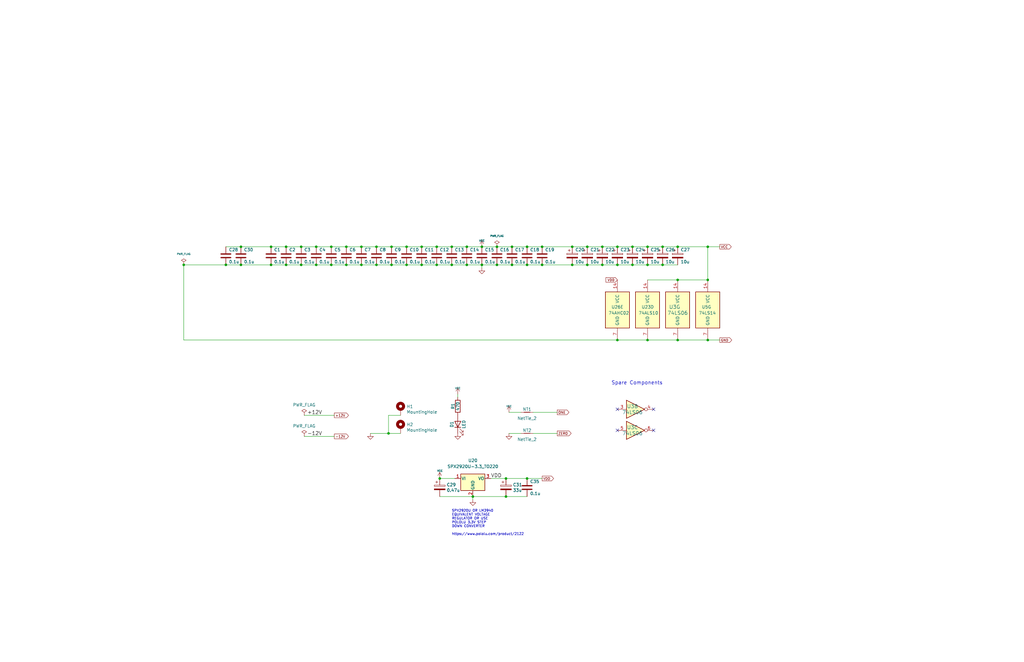
<source format=kicad_sch>
(kicad_sch (version 20211123) (generator eeschema)
  (paper "B")
  (lib_symbols
    (symbol "74xx:74HC02" (pin_names (offset 1.016))
      (property "Reference" "U" (at 0 1.27 0))
      (property "Value" "74HC02" (at 0 -1.27 0))
      (symbol "74HC02_1_1"
        (arc (start -3.81 -3.81) (mid -2.589 0) (end -3.81 3.81) (stroke (width 0.254)))
        (arc (start -0.6096 -3.81) (mid 2.1842 -2.5851) (end 3.81 0) (stroke (width 0.254)) (fill (type background)))
        (polyline (pts (xy -3.81 -3.81) (xy -0.635 -3.81)) (stroke (width 0.254)) (fill (type background)))
        (polyline (pts (xy -3.81 3.81) (xy -0.635 3.81)) (stroke (width 0.254)) (fill (type background)))
        (polyline (pts (xy -0.635 3.81) (xy -3.81 3.81) (xy -3.81 3.81) (xy -3.556 3.4036) (xy -3.0226 2.2606) (xy -2.6924 1.0414) (xy -2.6162 -0.254) (xy -2.7686 -1.4986) (xy -3.175 -2.7178) (xy -3.81 -3.81) (xy -3.81 -3.81) (xy -0.635 -3.81)) (stroke (width -25.4)) (fill (type background)))
        (arc (start 3.81 0) (mid 2.1915 2.5936) (end -0.6096 3.81) (stroke (width 0.254)) (fill (type background)))
        (pin output inverted (at 7.62 0 180) (length 3.81) (name "~") (number "1"))
        (pin input line (at -7.62 2.54 0) (length 4.318) (name "~") (number "2"))
        (pin input line (at -7.62 -2.54 0) (length 4.318) (name "~") (number "3"))
      )
      (symbol "74HC02_1_2"
        (arc (start 0 -3.81) (mid 3.81 0) (end 0 3.81) (stroke (width 0.254)) (fill (type background)))
        (polyline (pts (xy 0 3.81) (xy -3.81 3.81) (xy -3.81 -3.81) (xy 0 -3.81)) (stroke (width 0.254)) (fill (type background)))
        (pin output line (at 7.62 0 180) (length 3.81) (name "~") (number "1"))
        (pin input inverted (at -7.62 2.54 0) (length 3.81) (name "~") (number "2"))
        (pin input inverted (at -7.62 -2.54 0) (length 3.81) (name "~") (number "3"))
      )
      (symbol "74HC02_2_1"
        (arc (start -3.81 -3.81) (mid -2.589 0) (end -3.81 3.81) (stroke (width 0.254)))
        (arc (start -0.6096 -3.81) (mid 2.1842 -2.5851) (end 3.81 0) (stroke (width 0.254)) (fill (type background)))
        (polyline (pts (xy -3.81 -3.81) (xy -0.635 -3.81)) (stroke (width 0.254)) (fill (type background)))
        (polyline (pts (xy -3.81 3.81) (xy -0.635 3.81)) (stroke (width 0.254)) (fill (type background)))
        (polyline (pts (xy -0.635 3.81) (xy -3.81 3.81) (xy -3.81 3.81) (xy -3.556 3.4036) (xy -3.0226 2.2606) (xy -2.6924 1.0414) (xy -2.6162 -0.254) (xy -2.7686 -1.4986) (xy -3.175 -2.7178) (xy -3.81 -3.81) (xy -3.81 -3.81) (xy -0.635 -3.81)) (stroke (width -25.4)) (fill (type background)))
        (arc (start 3.81 0) (mid 2.1915 2.5936) (end -0.6096 3.81) (stroke (width 0.254)) (fill (type background)))
        (pin output inverted (at 7.62 0 180) (length 3.81) (name "~") (number "4"))
        (pin input line (at -7.62 2.54 0) (length 4.318) (name "~") (number "5"))
        (pin input line (at -7.62 -2.54 0) (length 4.318) (name "~") (number "6"))
      )
      (symbol "74HC02_2_2"
        (arc (start 0 -3.81) (mid 3.81 0) (end 0 3.81) (stroke (width 0.254)) (fill (type background)))
        (polyline (pts (xy 0 3.81) (xy -3.81 3.81) (xy -3.81 -3.81) (xy 0 -3.81)) (stroke (width 0.254)) (fill (type background)))
        (pin output line (at 7.62 0 180) (length 3.81) (name "~") (number "4"))
        (pin input inverted (at -7.62 2.54 0) (length 3.81) (name "~") (number "5"))
        (pin input inverted (at -7.62 -2.54 0) (length 3.81) (name "~") (number "6"))
      )
      (symbol "74HC02_3_1"
        (arc (start -3.81 -3.81) (mid -2.589 0) (end -3.81 3.81) (stroke (width 0.254)))
        (arc (start -0.6096 -3.81) (mid 2.1842 -2.5851) (end 3.81 0) (stroke (width 0.254)) (fill (type background)))
        (polyline (pts (xy -3.81 -3.81) (xy -0.635 -3.81)) (stroke (width 0.254)) (fill (type background)))
        (polyline (pts (xy -3.81 3.81) (xy -0.635 3.81)) (stroke (width 0.254)) (fill (type background)))
        (polyline (pts (xy -0.635 3.81) (xy -3.81 3.81) (xy -3.81 3.81) (xy -3.556 3.4036) (xy -3.0226 2.2606) (xy -2.6924 1.0414) (xy -2.6162 -0.254) (xy -2.7686 -1.4986) (xy -3.175 -2.7178) (xy -3.81 -3.81) (xy -3.81 -3.81) (xy -0.635 -3.81)) (stroke (width -25.4)) (fill (type background)))
        (arc (start 3.81 0) (mid 2.1915 2.5936) (end -0.6096 3.81) (stroke (width 0.254)) (fill (type background)))
        (pin output inverted (at 7.62 0 180) (length 3.81) (name "~") (number "10"))
        (pin input line (at -7.62 2.54 0) (length 4.318) (name "~") (number "8"))
        (pin input line (at -7.62 -2.54 0) (length 4.318) (name "~") (number "9"))
      )
      (symbol "74HC02_3_2"
        (arc (start 0 -3.81) (mid 3.81 0) (end 0 3.81) (stroke (width 0.254)) (fill (type background)))
        (polyline (pts (xy 0 3.81) (xy -3.81 3.81) (xy -3.81 -3.81) (xy 0 -3.81)) (stroke (width 0.254)) (fill (type background)))
        (pin output line (at 7.62 0 180) (length 3.81) (name "~") (number "10"))
        (pin input inverted (at -7.62 2.54 0) (length 3.81) (name "~") (number "8"))
        (pin input inverted (at -7.62 -2.54 0) (length 3.81) (name "~") (number "9"))
      )
      (symbol "74HC02_4_1"
        (arc (start -3.81 -3.81) (mid -2.589 0) (end -3.81 3.81) (stroke (width 0.254)))
        (arc (start -0.6096 -3.81) (mid 2.1842 -2.5851) (end 3.81 0) (stroke (width 0.254)) (fill (type background)))
        (polyline (pts (xy -3.81 -3.81) (xy -0.635 -3.81)) (stroke (width 0.254)) (fill (type background)))
        (polyline (pts (xy -3.81 3.81) (xy -0.635 3.81)) (stroke (width 0.254)) (fill (type background)))
        (polyline (pts (xy -0.635 3.81) (xy -3.81 3.81) (xy -3.81 3.81) (xy -3.556 3.4036) (xy -3.0226 2.2606) (xy -2.6924 1.0414) (xy -2.6162 -0.254) (xy -2.7686 -1.4986) (xy -3.175 -2.7178) (xy -3.81 -3.81) (xy -3.81 -3.81) (xy -0.635 -3.81)) (stroke (width -25.4)) (fill (type background)))
        (arc (start 3.81 0) (mid 2.1915 2.5936) (end -0.6096 3.81) (stroke (width 0.254)) (fill (type background)))
        (pin input line (at -7.62 2.54 0) (length 4.318) (name "~") (number "11"))
        (pin input line (at -7.62 -2.54 0) (length 4.318) (name "~") (number "12"))
        (pin output inverted (at 7.62 0 180) (length 3.81) (name "~") (number "13"))
      )
      (symbol "74HC02_4_2"
        (arc (start 0 -3.81) (mid 3.81 0) (end 0 3.81) (stroke (width 0.254)) (fill (type background)))
        (polyline (pts (xy 0 3.81) (xy -3.81 3.81) (xy -3.81 -3.81) (xy 0 -3.81)) (stroke (width 0.254)) (fill (type background)))
        (pin input inverted (at -7.62 2.54 0) (length 3.81) (name "~") (number "11"))
        (pin input inverted (at -7.62 -2.54 0) (length 3.81) (name "~") (number "12"))
        (pin output line (at 7.62 0 180) (length 3.81) (name "~") (number "13"))
      )
      (symbol "74HC02_5_0"
        (pin power_in line (at 0 12.7 270) (length 5.08) (name "VCC") (number "14"))
        (pin power_in line (at 0 -12.7 90) (length 5.08) (name "GND") (number "7"))
      )
      (symbol "74HC02_5_1"
        (rectangle (start -5.08 7.62) (end 5.08 -7.62) (stroke (width 0.254)) (fill (type background)))
      )
    )
    (symbol "74xx:74LS06" (pin_names (offset 1.016))
      (property "Reference" "U" (at 0 1.27 0))
      (property "Value" "74LS06" (at 0 -1.27 0))
      (symbol "74LS06_1_0"
        (polyline (pts (xy -3.81 3.81) (xy -3.81 -3.81) (xy 3.81 0) (xy -3.81 3.81)) (stroke (width 0.254)) (fill (type background)))
        (pin input line (at -7.62 0 0) (length 3.81) (name "~") (number "1"))
        (pin open_collector inverted (at 7.62 0 180) (length 3.81) (name "~") (number "2"))
      )
      (symbol "74LS06_2_0"
        (polyline (pts (xy -3.81 3.81) (xy -3.81 -3.81) (xy 3.81 0) (xy -3.81 3.81)) (stroke (width 0.254)) (fill (type background)))
        (pin input line (at -7.62 0 0) (length 3.81) (name "~") (number "3"))
        (pin open_collector inverted (at 7.62 0 180) (length 3.81) (name "~") (number "4"))
      )
      (symbol "74LS06_3_0"
        (polyline (pts (xy -3.81 3.81) (xy -3.81 -3.81) (xy 3.81 0) (xy -3.81 3.81)) (stroke (width 0.254)) (fill (type background)))
        (pin input line (at -7.62 0 0) (length 3.81) (name "~") (number "5"))
        (pin open_collector inverted (at 7.62 0 180) (length 3.81) (name "~") (number "6"))
      )
      (symbol "74LS06_4_0"
        (polyline (pts (xy -3.81 3.81) (xy -3.81 -3.81) (xy 3.81 0) (xy -3.81 3.81)) (stroke (width 0.254)) (fill (type background)))
        (pin open_collector inverted (at 7.62 0 180) (length 3.81) (name "~") (number "8"))
        (pin input line (at -7.62 0 0) (length 3.81) (name "~") (number "9"))
      )
      (symbol "74LS06_5_0"
        (polyline (pts (xy -3.81 3.81) (xy -3.81 -3.81) (xy 3.81 0) (xy -3.81 3.81)) (stroke (width 0.254)) (fill (type background)))
        (pin open_collector inverted (at 7.62 0 180) (length 3.81) (name "~") (number "10"))
        (pin input line (at -7.62 0 0) (length 3.81) (name "~") (number "11"))
      )
      (symbol "74LS06_6_0"
        (polyline (pts (xy -3.81 3.81) (xy -3.81 -3.81) (xy 3.81 0) (xy -3.81 3.81)) (stroke (width 0.254)) (fill (type background)))
        (pin open_collector inverted (at 7.62 0 180) (length 3.81) (name "~") (number "12"))
        (pin input line (at -7.62 0 0) (length 3.81) (name "~") (number "13"))
      )
      (symbol "74LS06_7_0"
        (pin power_in line (at 0 12.7 270) (length 5.08) (name "VCC") (number "14"))
        (pin power_in line (at 0 -12.7 90) (length 5.08) (name "GND") (number "7"))
      )
      (symbol "74LS06_7_1"
        (rectangle (start -5.08 7.62) (end 5.08 -7.62) (stroke (width 0.254)) (fill (type background)))
      )
    )
    (symbol "74xx:74LS10" (pin_names (offset 1.016))
      (property "Reference" "U" (at 0 1.27 0))
      (property "Value" "74LS10" (at 0 -1.27 0))
      (symbol "74LS10_1_1"
        (arc (start 0 -3.81) (mid 3.81 0) (end 0 3.81) (stroke (width 0.254)) (fill (type background)))
        (polyline (pts (xy 0 3.81) (xy -3.81 3.81) (xy -3.81 -3.81) (xy 0 -3.81)) (stroke (width 0.254)) (fill (type background)))
        (pin input line (at -7.62 2.54 0) (length 3.81) (name "~") (number "1"))
        (pin output inverted (at 7.62 0 180) (length 3.81) (name "~") (number "12"))
        (pin input line (at -7.62 -2.54 0) (length 3.81) (name "~") (number "13"))
        (pin input line (at -7.62 0 0) (length 3.81) (name "~") (number "2"))
      )
      (symbol "74LS10_1_2"
        (arc (start -3.81 -3.81) (mid -2.589 0) (end -3.81 3.81) (stroke (width 0.254)))
        (arc (start -0.6096 -3.81) (mid 2.1842 -2.5851) (end 3.81 0) (stroke (width 0.254)) (fill (type background)))
        (polyline (pts (xy -3.81 -3.81) (xy -0.635 -3.81)) (stroke (width 0.254)) (fill (type background)))
        (polyline (pts (xy -3.81 3.81) (xy -0.635 3.81)) (stroke (width 0.254)) (fill (type background)))
        (polyline (pts (xy -0.635 3.81) (xy -3.81 3.81) (xy -3.81 3.81) (xy -3.556 3.4036) (xy -3.0226 2.2606) (xy -2.6924 1.0414) (xy -2.6162 -0.254) (xy -2.7686 -1.4986) (xy -3.175 -2.7178) (xy -3.81 -3.81) (xy -3.81 -3.81) (xy -0.635 -3.81)) (stroke (width -25.4)) (fill (type background)))
        (arc (start 3.81 0) (mid 2.1915 2.5936) (end -0.6096 3.81) (stroke (width 0.254)) (fill (type background)))
        (pin input inverted (at -7.62 2.54 0) (length 4.318) (name "~") (number "1"))
        (pin output line (at 7.62 0 180) (length 3.81) (name "~") (number "12"))
        (pin input inverted (at -7.62 -2.54 0) (length 4.318) (name "~") (number "13"))
        (pin input inverted (at -7.62 0 0) (length 4.953) (name "~") (number "2"))
      )
      (symbol "74LS10_2_1"
        (arc (start 0 -3.81) (mid 3.81 0) (end 0 3.81) (stroke (width 0.254)) (fill (type background)))
        (polyline (pts (xy 0 3.81) (xy -3.81 3.81) (xy -3.81 -3.81) (xy 0 -3.81)) (stroke (width 0.254)) (fill (type background)))
        (pin input line (at -7.62 2.54 0) (length 3.81) (name "~") (number "3"))
        (pin input line (at -7.62 0 0) (length 3.81) (name "~") (number "4"))
        (pin input line (at -7.62 -2.54 0) (length 3.81) (name "~") (number "5"))
        (pin output inverted (at 7.62 0 180) (length 3.81) (name "~") (number "6"))
      )
      (symbol "74LS10_2_2"
        (arc (start -3.81 -3.81) (mid -2.589 0) (end -3.81 3.81) (stroke (width 0.254)))
        (arc (start -0.6096 -3.81) (mid 2.1842 -2.5851) (end 3.81 0) (stroke (width 0.254)) (fill (type background)))
        (polyline (pts (xy -3.81 -3.81) (xy -0.635 -3.81)) (stroke (width 0.254)) (fill (type background)))
        (polyline (pts (xy -3.81 3.81) (xy -0.635 3.81)) (stroke (width 0.254)) (fill (type background)))
        (polyline (pts (xy -0.635 3.81) (xy -3.81 3.81) (xy -3.81 3.81) (xy -3.556 3.4036) (xy -3.0226 2.2606) (xy -2.6924 1.0414) (xy -2.6162 -0.254) (xy -2.7686 -1.4986) (xy -3.175 -2.7178) (xy -3.81 -3.81) (xy -3.81 -3.81) (xy -0.635 -3.81)) (stroke (width -25.4)) (fill (type background)))
        (arc (start 3.81 0) (mid 2.1915 2.5936) (end -0.6096 3.81) (stroke (width 0.254)) (fill (type background)))
        (pin input inverted (at -7.62 2.54 0) (length 4.318) (name "~") (number "3"))
        (pin input inverted (at -7.62 0 0) (length 4.953) (name "~") (number "4"))
        (pin input inverted (at -7.62 -2.54 0) (length 4.318) (name "~") (number "5"))
        (pin output line (at 7.62 0 180) (length 3.81) (name "~") (number "6"))
      )
      (symbol "74LS10_3_1"
        (arc (start 0 -3.81) (mid 3.81 0) (end 0 3.81) (stroke (width 0.254)) (fill (type background)))
        (polyline (pts (xy 0 3.81) (xy -3.81 3.81) (xy -3.81 -3.81) (xy 0 -3.81)) (stroke (width 0.254)) (fill (type background)))
        (pin input line (at -7.62 0 0) (length 3.81) (name "~") (number "10"))
        (pin input line (at -7.62 -2.54 0) (length 3.81) (name "~") (number "11"))
        (pin output inverted (at 7.62 0 180) (length 3.81) (name "~") (number "8"))
        (pin input line (at -7.62 2.54 0) (length 3.81) (name "~") (number "9"))
      )
      (symbol "74LS10_3_2"
        (arc (start -3.81 -3.81) (mid -2.589 0) (end -3.81 3.81) (stroke (width 0.254)))
        (arc (start -0.6096 -3.81) (mid 2.1842 -2.5851) (end 3.81 0) (stroke (width 0.254)) (fill (type background)))
        (polyline (pts (xy -3.81 -3.81) (xy -0.635 -3.81)) (stroke (width 0.254)) (fill (type background)))
        (polyline (pts (xy -3.81 3.81) (xy -0.635 3.81)) (stroke (width 0.254)) (fill (type background)))
        (polyline (pts (xy -0.635 3.81) (xy -3.81 3.81) (xy -3.81 3.81) (xy -3.556 3.4036) (xy -3.0226 2.2606) (xy -2.6924 1.0414) (xy -2.6162 -0.254) (xy -2.7686 -1.4986) (xy -3.175 -2.7178) (xy -3.81 -3.81) (xy -3.81 -3.81) (xy -0.635 -3.81)) (stroke (width -25.4)) (fill (type background)))
        (arc (start 3.81 0) (mid 2.1915 2.5936) (end -0.6096 3.81) (stroke (width 0.254)) (fill (type background)))
        (pin input inverted (at -7.62 0 0) (length 4.953) (name "~") (number "10"))
        (pin input inverted (at -7.62 -2.54 0) (length 4.318) (name "~") (number "11"))
        (pin output line (at 7.62 0 180) (length 3.81) (name "~") (number "8"))
        (pin input inverted (at -7.62 2.54 0) (length 4.318) (name "~") (number "9"))
      )
      (symbol "74LS10_4_0"
        (pin power_in line (at 0 12.7 270) (length 5.08) (name "VCC") (number "14"))
        (pin power_in line (at 0 -12.7 90) (length 5.08) (name "GND") (number "7"))
      )
      (symbol "74LS10_4_1"
        (rectangle (start -5.08 7.62) (end 5.08 -7.62) (stroke (width 0.254)) (fill (type background)))
      )
    )
    (symbol "74xx:74LS14" (pin_names (offset 1.016))
      (property "Reference" "U" (at 0 1.27 0))
      (property "Value" "74LS14" (at 0 -1.27 0))
      (symbol "74LS14_1_0"
        (polyline (pts (xy -3.81 3.81) (xy -3.81 -3.81) (xy 3.81 0) (xy -3.81 3.81)) (stroke (width 0.254)) (fill (type background)))
        (pin input line (at -7.62 0 0) (length 3.81) (name "~") (number "1"))
        (pin output inverted (at 7.62 0 180) (length 3.81) (name "~") (number "2"))
      )
      (symbol "74LS14_1_1"
        (polyline (pts (xy -1.905 -1.27) (xy -1.905 1.27) (xy -0.635 1.27)))
        (polyline (pts (xy -2.54 -1.27) (xy -0.635 -1.27) (xy -0.635 1.27) (xy 0 1.27)))
      )
      (symbol "74LS14_2_0"
        (polyline (pts (xy -3.81 3.81) (xy -3.81 -3.81) (xy 3.81 0) (xy -3.81 3.81)) (stroke (width 0.254)) (fill (type background)))
        (pin input line (at -7.62 0 0) (length 3.81) (name "~") (number "3"))
        (pin output inverted (at 7.62 0 180) (length 3.81) (name "~") (number "4"))
      )
      (symbol "74LS14_2_1"
        (polyline (pts (xy -1.905 -1.27) (xy -1.905 1.27) (xy -0.635 1.27)))
        (polyline (pts (xy -2.54 -1.27) (xy -0.635 -1.27) (xy -0.635 1.27) (xy 0 1.27)))
      )
      (symbol "74LS14_3_0"
        (polyline (pts (xy -3.81 3.81) (xy -3.81 -3.81) (xy 3.81 0) (xy -3.81 3.81)) (stroke (width 0.254)) (fill (type background)))
        (pin input line (at -7.62 0 0) (length 3.81) (name "~") (number "5"))
        (pin output inverted (at 7.62 0 180) (length 3.81) (name "~") (number "6"))
      )
      (symbol "74LS14_3_1"
        (polyline (pts (xy -1.905 -1.27) (xy -1.905 1.27) (xy -0.635 1.27)))
        (polyline (pts (xy -2.54 -1.27) (xy -0.635 -1.27) (xy -0.635 1.27) (xy 0 1.27)))
      )
      (symbol "74LS14_4_0"
        (polyline (pts (xy -3.81 3.81) (xy -3.81 -3.81) (xy 3.81 0) (xy -3.81 3.81)) (stroke (width 0.254)) (fill (type background)))
        (pin output inverted (at 7.62 0 180) (length 3.81) (name "~") (number "8"))
        (pin input line (at -7.62 0 0) (length 3.81) (name "~") (number "9"))
      )
      (symbol "74LS14_4_1"
        (polyline (pts (xy -1.905 -1.27) (xy -1.905 1.27) (xy -0.635 1.27)))
        (polyline (pts (xy -2.54 -1.27) (xy -0.635 -1.27) (xy -0.635 1.27) (xy 0 1.27)))
      )
      (symbol "74LS14_5_0"
        (polyline (pts (xy -3.81 3.81) (xy -3.81 -3.81) (xy 3.81 0) (xy -3.81 3.81)) (stroke (width 0.254)) (fill (type background)))
        (pin output inverted (at 7.62 0 180) (length 3.81) (name "~") (number "10"))
        (pin input line (at -7.62 0 0) (length 3.81) (name "~") (number "11"))
      )
      (symbol "74LS14_5_1"
        (polyline (pts (xy -1.905 -1.27) (xy -1.905 1.27) (xy -0.635 1.27)))
        (polyline (pts (xy -2.54 -1.27) (xy -0.635 -1.27) (xy -0.635 1.27) (xy 0 1.27)))
      )
      (symbol "74LS14_6_0"
        (polyline (pts (xy -3.81 3.81) (xy -3.81 -3.81) (xy 3.81 0) (xy -3.81 3.81)) (stroke (width 0.254)) (fill (type background)))
        (pin output inverted (at 7.62 0 180) (length 3.81) (name "~") (number "12"))
        (pin input line (at -7.62 0 0) (length 3.81) (name "~") (number "13"))
      )
      (symbol "74LS14_6_1"
        (polyline (pts (xy -1.905 -1.27) (xy -1.905 1.27) (xy -0.635 1.27)))
        (polyline (pts (xy -2.54 -1.27) (xy -0.635 -1.27) (xy -0.635 1.27) (xy 0 1.27)))
      )
      (symbol "74LS14_7_0"
        (pin power_in line (at 0 12.7 270) (length 5.08) (name "VCC") (number "14"))
        (pin power_in line (at 0 -12.7 90) (length 5.08) (name "GND") (number "7"))
      )
      (symbol "74LS14_7_1"
        (rectangle (start -5.08 7.62) (end 5.08 -7.62) (stroke (width 0.254)) (fill (type background)))
      )
    )
    (symbol "Device:C" (pin_numbers hide) (pin_names (offset 0.254))
      (property "Reference" "C" (at 0.635 2.54 0))
      (property "Value" "C" (at 0.635 -2.54 0))
      (symbol "C_0_1"
        (polyline (pts (xy -2.032 -0.762) (xy 2.032 -0.762)) (stroke (width 0.508)))
        (polyline (pts (xy -2.032 0.762) (xy 2.032 0.762)) (stroke (width 0.508)))
      )
      (symbol "C_1_1"
        (pin passive line (at 0 3.81 270) (length 2.794) (name "~") (number "1"))
        (pin passive line (at 0 -3.81 90) (length 2.794) (name "~") (number "2"))
      )
    )
    (symbol "Device:C_Polarized" (pin_numbers hide) (pin_names (offset 0.254))
      (property "Reference" "C" (at 0.635 2.54 0))
      (property "Value" "C_Polarized" (at 0.635 -2.54 0))
      (symbol "C_Polarized_0_1"
        (rectangle (start -2.286 0.508) (end 2.286 1.016))
        (polyline (pts (xy -1.778 2.286) (xy -0.762 2.286)))
        (polyline (pts (xy -1.27 2.794) (xy -1.27 1.778)))
        (rectangle (start 2.286 -0.508) (end -2.286 -1.016) (fill (type outline)))
      )
      (symbol "C_Polarized_1_1"
        (pin passive line (at 0 3.81 270) (length 2.794) (name "~") (number "1"))
        (pin passive line (at 0 -3.81 90) (length 2.794) (name "~") (number "2"))
      )
    )
    (symbol "Device:LED" (pin_numbers hide) (pin_names (offset 1.016) hide)
      (property "Reference" "D" (at 0 2.54 0))
      (property "Value" "LED" (at 0 -2.54 0))
      (symbol "LED_0_1"
        (polyline (pts (xy -1.27 -1.27) (xy -1.27 1.27)) (stroke (width 0.254)))
        (polyline (pts (xy -1.27 0) (xy 1.27 0)))
        (polyline (pts (xy 1.27 -1.27) (xy 1.27 1.27) (xy -1.27 0) (xy 1.27 -1.27)) (stroke (width 0.254)))
        (polyline (pts (xy -3.048 -0.762) (xy -4.572 -2.286) (xy -3.81 -2.286) (xy -4.572 -2.286) (xy -4.572 -1.524)))
        (polyline (pts (xy -1.778 -0.762) (xy -3.302 -2.286) (xy -2.54 -2.286) (xy -3.302 -2.286) (xy -3.302 -1.524)))
      )
      (symbol "LED_1_1"
        (pin passive line (at -3.81 0 0) (length 2.54) (name "K") (number "1"))
        (pin passive line (at 3.81 0 180) (length 2.54) (name "A") (number "2"))
      )
    )
    (symbol "Device:NetTie_2" (pin_numbers hide) (pin_names (offset 0) hide) (in_bom no)
      (property "Reference" "NT" (at 0 1.27 0))
      (property "Value" "NetTie_2" (at 0 -1.27 0))
      (symbol "NetTie_2_0_1"
        (polyline (pts (xy -1.27 0) (xy 1.27 0)) (stroke (width 0.254)))
      )
      (symbol "NetTie_2_1_1"
        (pin passive line (at -2.54 0 0) (length 2.54) (name "1") (number "1"))
        (pin passive line (at 2.54 0 180) (length 2.54) (name "2") (number "2"))
      )
    )
    (symbol "Device:R" (pin_numbers hide) (pin_names (offset 0))
      (property "Reference" "R" (at 2.032 0 90))
      (property "Value" "R" (at 0 0 90))
      (symbol "R_0_1"
        (rectangle (start -1.016 -2.54) (end 1.016 2.54) (stroke (width 0.254)))
      )
      (symbol "R_1_1"
        (pin passive line (at 0 3.81 270) (length 1.27) (name "~") (number "1"))
        (pin passive line (at 0 -3.81 90) (length 1.27) (name "~") (number "2"))
      )
    )
    (symbol "Mechanical:MountingHole_Pad" (pin_numbers hide) (pin_names (offset 1.016) hide)
      (property "Reference" "H" (at 0 6.35 0))
      (property "Value" "MountingHole_Pad" (at 0 4.445 0))
      (symbol "MountingHole_Pad_0_1"
        (circle (center 0 1.27) (radius 1.27) (stroke (width 1.27)))
      )
      (symbol "MountingHole_Pad_1_1"
        (pin input line (at 0 -2.54 90) (length 2.54) (name "1") (number "1"))
      )
    )
    (symbol "Regulator_Linear:SPX2920U-3.3_TO220" (pin_names (offset 0.254))
      (property "Reference" "U" (at -3.81 3.175 0))
      (property "Value" "SPX2920U-3.3_TO220" (at 0 3.175 0))
      (symbol "SPX2920U-3.3_TO220_0_1"
        (rectangle (start -5.08 1.905) (end 5.08 -5.08) (stroke (width 0.254)) (fill (type background)))
      )
      (symbol "SPX2920U-3.3_TO220_1_1"
        (pin power_in line (at -7.62 0 0) (length 2.54) (name "VI") (number "1"))
        (pin power_in line (at 0 -7.62 90) (length 2.54) (name "GND") (number "2"))
        (pin power_out line (at 7.62 0 180) (length 2.54) (name "VO") (number "3"))
      )
    )
    (symbol "power:GND" (power) (pin_names (offset 0))
      (property "Value" "GND" (at 0 -3.81 0))
      (symbol "GND_0_1"
        (polyline (pts (xy 0 0) (xy 0 -1.27) (xy 1.27 -1.27) (xy 0 -2.54) (xy -1.27 -1.27) (xy 0 -1.27)))
      )
      (symbol "GND_1_1"
        (pin power_in line (at 0 0 270) (length 0) hide (name "GND") (number "1"))
      )
    )
    (symbol "power:PWR_FLAG" (power) (pin_numbers hide) (pin_names (offset 0) hide)
      (property "Value" "PWR_FLAG" (at 0 3.81 0))
      (symbol "PWR_FLAG_0_0"
        (pin power_out line (at 0 0 90) (length 0) (name "pwr") (number "1"))
      )
      (symbol "PWR_FLAG_0_1"
        (polyline (pts (xy 0 0) (xy 0 1.27) (xy -1.016 1.905) (xy 0 2.54) (xy 1.016 1.905) (xy 0 1.27)))
      )
    )
    (symbol "power:VCC" (power) (pin_names (offset 0))
      (property "Value" "VCC" (at 0 3.81 0))
      (symbol "VCC_0_1"
        (polyline (pts (xy -0.762 1.27) (xy 0 2.54)))
        (polyline (pts (xy 0 0) (xy 0 2.54)))
        (polyline (pts (xy 0 2.54) (xy 0.762 1.27)))
      )
      (symbol "VCC_1_1"
        (pin power_in line (at 0 0 90) (length 0) hide (name "VCC") (number "1"))
      )
    )
  )
  (junction (at 273.05 104.14))
  (junction (at 185.42 201.93))
  (junction (at 241.3 111.76))
  (junction (at 279.4 111.76))
  (junction (at 127 104.14))
  (junction (at 95.25 111.76))
  (junction (at 228.6 104.14))
  (junction (at 285.75 104.14))
  (junction (at 177.8 104.14))
  (junction (at 203.2 104.14))
  (junction (at 152.4 104.14))
  (junction (at 203.2 111.76))
  (junction (at 114.3 104.14))
  (junction (at 222.25 104.14))
  (junction (at 298.45 118.11))
  (junction (at 247.65 104.14))
  (junction (at 152.4 111.76))
  (junction (at 196.85 104.14))
  (junction (at 215.9 111.76))
  (junction (at 209.55 104.14))
  (junction (at 209.55 111.76))
  (junction (at 260.35 111.76))
  (junction (at 196.85 111.76))
  (junction (at 241.3 104.14))
  (junction (at 165.1 104.14))
  (junction (at 139.7 104.14))
  (junction (at 127 111.76))
  (junction (at 273.05 143.51))
  (junction (at 222.25 201.93))
  (junction (at 114.3 111.76))
  (junction (at 260.35 104.14))
  (junction (at 298.45 143.51))
  (junction (at 177.8 111.76))
  (junction (at 285.75 118.11))
  (junction (at 163.83 182.88))
  (junction (at 77.47 111.76))
  (junction (at 171.45 104.14))
  (junction (at 190.5 104.14))
  (junction (at 184.15 104.14))
  (junction (at 266.7 111.76))
  (junction (at 101.6 111.76))
  (junction (at 158.75 104.14))
  (junction (at 133.35 111.76))
  (junction (at 171.45 111.76))
  (junction (at 165.1 111.76))
  (junction (at 279.4 104.14))
  (junction (at 298.45 104.14))
  (junction (at 266.7 104.14))
  (junction (at 247.65 111.76))
  (junction (at 146.05 104.14))
  (junction (at 101.6 104.14))
  (junction (at 228.6 111.76))
  (junction (at 184.15 111.76))
  (junction (at 215.9 104.14))
  (junction (at 260.35 143.51))
  (junction (at 190.5 111.76))
  (junction (at 199.39 209.55))
  (junction (at 254 104.14))
  (junction (at 133.35 104.14))
  (junction (at 273.05 111.76))
  (junction (at 285.75 143.51))
  (junction (at 146.05 111.76))
  (junction (at 254 111.76))
  (junction (at 213.36 201.93))
  (junction (at 222.25 111.76))
  (junction (at 139.7 111.76))
  (junction (at 120.65 111.76))
  (junction (at 158.75 111.76))
  (junction (at 120.65 104.14))
  (junction (at 213.36 209.55))
  (no_connect (at 260.35 172.72))
  (no_connect (at 275.59 181.61))
  (no_connect (at 275.59 172.72))
  (no_connect (at 260.35 181.61))
  (wire (pts (xy 152.4 111.76) (xy 158.75 111.76)))
  (wire (pts (xy 133.35 111.76) (xy 139.7 111.76)))
  (wire (pts (xy 158.75 104.14) (xy 152.4 104.14)))
  (wire (pts (xy 222.25 111.76) (xy 228.6 111.76)))
  (wire (pts (xy 203.2 111.76) (xy 209.55 111.76)))
  (wire (pts (xy 273.05 118.11) (xy 285.75 118.11)))
  (wire (pts (xy 266.7 111.76) (xy 273.05 111.76)))
  (wire (pts (xy 190.5 111.76) (xy 196.85 111.76)))
  (wire (pts (xy 213.36 201.93) (xy 222.25 201.93)))
  (wire (pts (xy 168.91 182.88) (xy 163.83 182.88)))
  (wire (pts (xy 128.27 175.26) (xy 140.97 175.26)))
  (wire (pts (xy 165.1 104.14) (xy 158.75 104.14)))
  (wire (pts (xy 285.75 118.11) (xy 298.45 118.11)))
  (wire (pts (xy 298.45 143.51) (xy 303.53 143.51)))
  (wire (pts (xy 254 111.76) (xy 260.35 111.76)))
  (wire (pts (xy 222.25 104.14) (xy 228.6 104.14)))
  (wire (pts (xy 213.36 209.55) (xy 222.25 209.55)))
  (wire (pts (xy 101.6 111.76) (xy 114.3 111.76)))
  (wire (pts (xy 241.3 104.14) (xy 247.65 104.14)))
  (wire (pts (xy 247.65 111.76) (xy 254 111.76)))
  (wire (pts (xy 260.35 104.14) (xy 266.7 104.14)))
  (wire (pts (xy 214.63 182.88) (xy 219.71 182.88)))
  (wire (pts (xy 196.85 111.76) (xy 203.2 111.76)))
  (wire (pts (xy 209.55 104.14) (xy 215.9 104.14)))
  (wire (pts (xy 207.01 201.93) (xy 213.36 201.93)))
  (wire (pts (xy 185.42 209.55) (xy 199.39 209.55)))
  (wire (pts (xy 158.75 111.76) (xy 165.1 111.76)))
  (wire (pts (xy 77.47 111.76) (xy 95.25 111.76)))
  (wire (pts (xy 199.39 210.82) (xy 199.39 209.55)))
  (wire (pts (xy 77.47 143.51) (xy 260.35 143.51)))
  (wire (pts (xy 228.6 104.14) (xy 241.3 104.14)))
  (wire (pts (xy 203.2 104.14) (xy 209.55 104.14)))
  (wire (pts (xy 120.65 104.14) (xy 114.3 104.14)))
  (wire (pts (xy 285.75 143.51) (xy 298.45 143.51)))
  (wire (pts (xy 184.15 104.14) (xy 190.5 104.14)))
  (wire (pts (xy 171.45 104.14) (xy 177.8 104.14)))
  (wire (pts (xy 128.27 184.15) (xy 140.97 184.15)))
  (wire (pts (xy 260.35 111.76) (xy 266.7 111.76)))
  (wire (pts (xy 127 111.76) (xy 133.35 111.76)))
  (wire (pts (xy 191.77 201.93) (xy 185.42 201.93)))
  (wire (pts (xy 279.4 104.14) (xy 285.75 104.14)))
  (wire (pts (xy 298.45 118.11) (xy 298.45 104.14)))
  (wire (pts (xy 127 104.14) (xy 120.65 104.14)))
  (wire (pts (xy 273.05 111.76) (xy 279.4 111.76)))
  (wire (pts (xy 139.7 111.76) (xy 146.05 111.76)))
  (wire (pts (xy 222.25 201.93) (xy 228.6 201.93)))
  (wire (pts (xy 114.3 111.76) (xy 120.65 111.76)))
  (wire (pts (xy 214.63 173.99) (xy 219.71 173.99)))
  (wire (pts (xy 215.9 111.76) (xy 222.25 111.76)))
  (wire (pts (xy 279.4 111.76) (xy 285.75 111.76)))
  (wire (pts (xy 199.39 209.55) (xy 213.36 209.55)))
  (wire (pts (xy 254 104.14) (xy 260.35 104.14)))
  (wire (pts (xy 177.8 111.76) (xy 184.15 111.76)))
  (wire (pts (xy 298.45 104.14) (xy 303.53 104.14)))
  (wire (pts (xy 224.79 173.99) (xy 234.95 173.99)))
  (wire (pts (xy 152.4 104.14) (xy 146.05 104.14)))
  (wire (pts (xy 168.91 175.26) (xy 163.83 175.26)))
  (wire (pts (xy 203.2 111.76) (xy 203.2 113.03)))
  (wire (pts (xy 133.35 104.14) (xy 127 104.14)))
  (wire (pts (xy 101.6 104.14) (xy 114.3 104.14)))
  (wire (pts (xy 146.05 104.14) (xy 139.7 104.14)))
  (wire (pts (xy 77.47 111.76) (xy 77.47 143.51)))
  (wire (pts (xy 184.15 111.76) (xy 190.5 111.76)))
  (wire (pts (xy 95.25 111.76) (xy 101.6 111.76)))
  (wire (pts (xy 193.04 167.64) (xy 193.04 166.37)))
  (wire (pts (xy 247.65 104.14) (xy 254 104.14)))
  (wire (pts (xy 228.6 111.76) (xy 241.3 111.76)))
  (wire (pts (xy 165.1 111.76) (xy 171.45 111.76)))
  (wire (pts (xy 273.05 143.51) (xy 285.75 143.51)))
  (wire (pts (xy 273.05 104.14) (xy 279.4 104.14)))
  (wire (pts (xy 260.35 143.51) (xy 273.05 143.51)))
  (wire (pts (xy 171.45 104.14) (xy 165.1 104.14)))
  (wire (pts (xy 224.79 182.88) (xy 234.95 182.88)))
  (wire (pts (xy 95.25 104.14) (xy 101.6 104.14)))
  (wire (pts (xy 266.7 104.14) (xy 273.05 104.14)))
  (wire (pts (xy 190.5 104.14) (xy 196.85 104.14)))
  (wire (pts (xy 177.8 104.14) (xy 184.15 104.14)))
  (wire (pts (xy 163.83 175.26) (xy 163.83 182.88)))
  (wire (pts (xy 139.7 104.14) (xy 133.35 104.14)))
  (wire (pts (xy 171.45 111.76) (xy 177.8 111.76)))
  (wire (pts (xy 241.3 111.76) (xy 247.65 111.76)))
  (wire (pts (xy 196.85 104.14) (xy 203.2 104.14)))
  (wire (pts (xy 120.65 111.76) (xy 127 111.76)))
  (wire (pts (xy 215.9 104.14) (xy 222.25 104.14)))
  (wire (pts (xy 146.05 111.76) (xy 152.4 111.76)))
  (wire (pts (xy 285.75 104.14) (xy 298.45 104.14)))
  (wire (pts (xy 209.55 111.76) (xy 215.9 111.76)))
  (wire (pts (xy 163.83 182.88) (xy 156.21 182.88)))
  (text "Spare Components" (at 257.81 162.56 0) (effects (font (size 1.524 1.524)) (justify left bottom)))
  (text "SPX2920U OR LM3940\nEQUIVALENT VOLTAGE\nREGULATOR OR USE\nPOLOLU 3.3V STEP\nDOWN CONVERTER\n\nhttps://www.pololu.com/product/2122" (at 190.5 226.06 0) (effects (font (size 1.016 1.016)) (justify left bottom)))
  (label "-12V" (at 129.54 184.15 0) (effects (font (size 1.524 1.524))))
  (label "VDD" (at 207.01 201.93 0) (effects (font (size 1.524 1.524))))
  (label "+12V" (at 129.54 175.26 0) (effects (font (size 1.524 1.524))))
  (global_label "VDD" (shape output) (at 228.6 201.93 0) (effects (font (size 1.016 1.016))) (property "Intersheet References" "${INTERSHEET_REFS}" (effects hide)))
  (global_label "ZERO" (shape output) (at 234.95 182.88 0) (effects (font (size 1.016 1.016))) (property "Intersheet References" "${INTERSHEET_REFS}" (effects hide)))
  (global_label "VDD" (shape input) (at 260.35 118.11 180) (effects (font (size 1.016 1.016))) (property "Intersheet References" "${INTERSHEET_REFS}" (effects hide)))
  (global_label "VCC" (shape output) (at 303.53 104.14 0) (effects (font (size 1.016 1.016))) (property "Intersheet References" "${INTERSHEET_REFS}" (effects hide)))
  (global_label "+12V" (shape output) (at 140.97 175.26 0) (effects (font (size 1.016 1.016))) (property "Intersheet References" "${INTERSHEET_REFS}" (effects hide)))
  (global_label "GND" (shape output) (at 303.53 143.51 0) (effects (font (size 1.016 1.016))) (property "Intersheet References" "${INTERSHEET_REFS}" (effects hide)))
  (global_label "-12V" (shape output) (at 140.97 184.15 0) (effects (font (size 1.016 1.016))) (property "Intersheet References" "${INTERSHEET_REFS}" (effects hide)))
  (global_label "ONE" (shape output) (at 234.95 173.99 0) (effects (font (size 1.016 1.016))) (property "Intersheet References" "${INTERSHEET_REFS}" (effects hide)))
  (symbol (lib_id "Device:C_Polarized") (at 285.75 107.95 0) (unit 1)
    (property "Reference" "C27" (at 287.02 105.41 0) (effects (justify left)))
    (property "Value" "10u" (at 287.02 110.49 0) (effects (justify left)))
    (property "Footprint" "Capacitor_THT:CP_Radial_D5.0mm_P2.50mm" (effects hide))
  )
  (symbol (lib_id "Device:C") (at 114.3 107.95 0) (unit 1)
    (property "Reference" "C1" (at 115.57 105.41 0) (effects (justify left)))
    (property "Value" "0.1u" (at 115.57 110.49 0) (effects (justify left)))
    (property "Footprint" "Capacitor_THT:C_Disc_D5.0mm_W2.5mm_P5.00mm" (effects hide))
  )
  (symbol (lib_id "power:GND") (at 203.2 113.03 0) (unit 1)
    (property "Reference" "#PWR05" (effects hide))
    (property "Value" "GND" (effects hide))
  )
  (symbol (lib_id "power:VCC") (at 203.2 104.14 0) (unit 1)
    (property "Reference" "#PWR04" (effects hide))
    (property "Value" "VCC" (at 203.2 101.6 0) (effects (font (size 0.762 0.762))))
  )
  (symbol (lib_id "Device:C") (at 215.9 107.95 0) (unit 1)
    (property "Reference" "C17" (at 217.17 105.41 0) (effects (justify left)))
    (property "Value" "0.1u" (at 217.17 110.49 0) (effects (justify left)))
    (property "Footprint" "Capacitor_THT:C_Disc_D5.0mm_W2.5mm_P5.00mm" (effects hide))
  )
  (symbol (lib_id "Device:C") (at 165.1 107.95 0) (unit 1)
    (property "Reference" "C9" (at 166.37 105.41 0) (effects (justify left)))
    (property "Value" "0.1u" (at 166.37 110.49 0) (effects (justify left)))
    (property "Footprint" "Capacitor_THT:C_Disc_D5.0mm_W2.5mm_P5.00mm" (effects hide))
  )
  (symbol (lib_id "Device:C") (at 171.45 107.95 0) (unit 1)
    (property "Reference" "C10" (at 172.72 105.41 0) (effects (justify left)))
    (property "Value" "0.1u" (at 172.72 110.49 0) (effects (justify left)))
    (property "Footprint" "Capacitor_THT:C_Disc_D5.0mm_W2.5mm_P5.00mm" (effects hide))
  )
  (symbol (lib_id "Device:C_Polarized") (at 266.7 107.95 0) (unit 1)
    (property "Reference" "C24" (at 267.97 105.41 0) (effects (justify left)))
    (property "Value" "10u" (at 267.97 110.49 0) (effects (justify left)))
    (property "Footprint" "Capacitor_THT:CP_Radial_D5.0mm_P2.50mm" (effects hide))
  )
  (symbol (lib_id "Device:C_Polarized") (at 273.05 107.95 0) (unit 1)
    (property "Reference" "C25" (at 274.32 105.41 0) (effects (justify left)))
    (property "Value" "10u" (at 274.32 110.49 0) (effects (justify left)))
    (property "Footprint" "Capacitor_THT:CP_Radial_D5.0mm_P2.50mm" (effects hide))
  )
  (symbol (lib_id "Device:C") (at 127 107.95 0) (unit 1)
    (property "Reference" "C3" (at 128.27 105.41 0) (effects (justify left)))
    (property "Value" "0.1u" (at 128.27 110.49 0) (effects (justify left)))
    (property "Footprint" "Capacitor_THT:C_Disc_D5.0mm_W2.5mm_P5.00mm" (effects hide))
  )
  (symbol (lib_id "Device:C") (at 133.35 107.95 0) (unit 1)
    (property "Reference" "C4" (at 134.62 105.41 0) (effects (justify left)))
    (property "Value" "0.1u" (at 134.62 110.49 0) (effects (justify left)))
    (property "Footprint" "Capacitor_THT:C_Disc_D5.0mm_W2.5mm_P5.00mm" (effects hide))
  )
  (symbol (lib_id "Device:C") (at 139.7 107.95 0) (unit 1)
    (property "Reference" "C5" (at 140.97 105.41 0) (effects (justify left)))
    (property "Value" "0.1u" (at 140.97 110.49 0) (effects (justify left)))
    (property "Footprint" "Capacitor_THT:C_Disc_D5.0mm_W2.5mm_P5.00mm" (effects hide))
  )
  (symbol (lib_id "power:GND") (at 193.04 182.88 0) (unit 1)
    (property "Reference" "#PWR03" (effects hide))
    (property "Value" "GND" (effects hide))
  )
  (symbol (lib_id "Device:C") (at 152.4 107.95 0) (unit 1)
    (property "Reference" "C7" (at 153.67 105.41 0) (effects (justify left)))
    (property "Value" "0.1u" (at 153.67 110.49 0) (effects (justify left)))
    (property "Footprint" "Capacitor_THT:C_Disc_D5.0mm_W2.5mm_P5.00mm" (effects hide))
  )
  (symbol (lib_id "74xx:74LS14") (at 298.45 130.81 0) (unit 7)
    (property "Reference" "U5" (at 295.91 129.54 0) (effects (justify left)))
    (property "Value" "74LS14" (at 294.64 132.08 0) (effects (justify left)))
    (property "Footprint" "Package_DIP:DIP-14_W7.62mm" (effects hide))
    (property "Datasheet" "http://www.ti.com/lit/gpn/sn74LS14" (effects hide))
  )
  (symbol (lib_id "Device:C_Polarized") (at 279.4 107.95 0) (unit 1)
    (property "Reference" "C26" (at 280.67 105.41 0) (effects (justify left)))
    (property "Value" "10u" (at 280.67 110.49 0) (effects (justify left)))
    (property "Footprint" "Capacitor_THT:CP_Radial_D5.0mm_P2.50mm" (effects hide))
  )
  (symbol (lib_id "Device:C") (at 177.8 107.95 0) (unit 1)
    (property "Reference" "C11" (at 179.07 105.41 0) (effects (justify left)))
    (property "Value" "0.1u" (at 179.07 110.49 0) (effects (justify left)))
    (property "Footprint" "Capacitor_THT:C_Disc_D5.0mm_W2.5mm_P5.00mm" (effects hide))
  )
  (symbol (lib_id "Device:C") (at 184.15 107.95 0) (unit 1)
    (property "Reference" "C12" (at 185.42 105.41 0) (effects (justify left)))
    (property "Value" "0.1u" (at 185.42 110.49 0) (effects (justify left)))
    (property "Footprint" "Capacitor_THT:C_Disc_D5.0mm_W2.5mm_P5.00mm" (effects hide))
  )
  (symbol (lib_id "Device:C") (at 190.5 107.95 0) (unit 1)
    (property "Reference" "C13" (at 191.77 105.41 0) (effects (justify left)))
    (property "Value" "0.1u" (at 191.77 110.49 0) (effects (justify left)))
    (property "Footprint" "Capacitor_THT:C_Disc_D5.0mm_W2.5mm_P5.00mm" (effects hide))
  )
  (symbol (lib_id "power:GND") (at 214.63 182.88 0) (unit 1)
    (property "Reference" "#PWR07" (effects hide))
    (property "Value" "GND" (effects hide))
  )
  (symbol (lib_id "power:GND") (at 156.21 182.88 0) (unit 1)
    (property "Reference" "#PWR01" (effects hide))
    (property "Value" "GND" (effects hide))
  )
  (symbol (lib_id "Mechanical:MountingHole_Pad") (at 168.91 180.34 0) (unit 1)
    (property "Reference" "H2" (at 171.45 179.1716 0) (effects (justify left)))
    (property "Value" "MountingHole" (at 171.45 181.483 0) (effects (justify left)))
    (property "Footprint" "MountingHole:MountingHole_3.2mm_M3_Pad" (effects hide))
  )
  (symbol (lib_id "Device:C") (at 196.85 107.95 0) (unit 1)
    (property "Reference" "C14" (at 198.12 105.41 0) (effects (justify left)))
    (property "Value" "0.1u" (at 198.12 110.49 0) (effects (justify left)))
    (property "Footprint" "Capacitor_THT:C_Disc_D5.0mm_W2.5mm_P5.00mm" (effects hide))
  )
  (symbol (lib_id "Device:C") (at 203.2 107.95 0) (unit 1)
    (property "Reference" "C15" (at 204.47 105.41 0) (effects (justify left)))
    (property "Value" "0.1u" (at 204.47 110.49 0) (effects (justify left)))
    (property "Footprint" "Capacitor_THT:C_Disc_D5.0mm_W2.5mm_P5.00mm" (effects hide))
  )
  (symbol (lib_id "Mechanical:MountingHole_Pad") (at 168.91 172.72 0) (unit 1)
    (property "Reference" "H1" (at 171.45 171.5516 0) (effects (justify left)))
    (property "Value" "MountingHole" (at 171.45 173.863 0) (effects (justify left)))
    (property "Footprint" "MountingHole:MountingHole_3.2mm_M3_Pad" (effects hide))
  )
  (symbol (lib_id "power:PWR_FLAG") (at 128.27 175.26 0) (unit 1)
    (property "Reference" "#FLG02" (effects hide))
    (property "Value" "PWR_FLAG" (at 128.27 170.8658 0))
  )
  (symbol (lib_id "power:PWR_FLAG") (at 128.27 184.15 0) (unit 1)
    (property "Reference" "#FLG03" (effects hide))
    (property "Value" "PWR_FLAG" (at 128.27 179.7558 0))
  )
  (symbol (lib_id "power:PWR_FLAG") (at 209.55 104.14 0) (unit 1)
    (property "Reference" "#FLG04" (effects hide))
    (property "Value" "PWR_FLAG" (at 209.55 99.568 0) (effects (font (size 0.762 0.762))))
  )
  (symbol (lib_id "74xx:74LS06") (at 285.75 130.81 0) (unit 7)
    (property "Reference" "U3" (at 284.48 129.54 0) (effects (font (size 1.524 1.524))))
    (property "Value" "74LS06" (at 285.75 132.08 0) (effects (font (size 1.524 1.524))))
    (property "Footprint" "Package_DIP:DIP-14_W7.62mm" (effects hide))
    (property "Datasheet" "http://www.ti.com/lit/gpn/sn74LS06" (effects hide))
  )
  (symbol (lib_id "Device:C_Polarized") (at 241.3 107.95 0) (unit 1)
    (property "Reference" "C20" (at 242.57 105.41 0) (effects (justify left)))
    (property "Value" "10u" (at 242.57 110.49 0) (effects (justify left)))
    (property "Footprint" "Capacitor_THT:CP_Radial_D5.0mm_P2.50mm" (effects hide))
  )
  (symbol (lib_id "Device:C_Polarized") (at 247.65 107.95 0) (unit 1)
    (property "Reference" "C21" (at 248.92 105.41 0) (effects (justify left)))
    (property "Value" "10u" (at 248.92 110.49 0) (effects (justify left)))
    (property "Footprint" "Capacitor_THT:CP_Radial_D5.0mm_P2.50mm" (effects hide))
  )
  (symbol (lib_id "Device:LED") (at 193.04 179.07 90) (unit 1)
    (property "Reference" "D1" (at 190.5 179.07 0))
    (property "Value" "LED" (at 195.58 179.07 0))
    (property "Footprint" "LED_THT:LED_D3.0mm_Horizontal_O3.81mm_Z2.0mm" (effects hide))
  )
  (symbol (lib_id "Device:R") (at 193.04 171.45 180) (unit 1)
    (property "Reference" "R1" (at 191.008 171.45 90))
    (property "Value" "470" (at 193.04 171.45 90))
    (property "Footprint" "Resistor_THT:R_Axial_DIN0207_L6.3mm_D2.5mm_P7.62mm_Horizontal" (effects hide))
  )
  (symbol (lib_id "Device:C") (at 120.65 107.95 0) (unit 1)
    (property "Reference" "C2" (at 121.92 105.41 0) (effects (justify left)))
    (property "Value" "0.1u" (at 121.92 110.49 0) (effects (justify left)))
    (property "Footprint" "Capacitor_THT:C_Disc_D5.0mm_W2.5mm_P5.00mm" (effects hide))
  )
  (symbol (lib_id "power:VCC") (at 193.04 166.37 0) (unit 1)
    (property "Reference" "#PWR02" (effects hide))
    (property "Value" "VCC" (at 193.04 163.83 0) (effects (font (size 0.762 0.762))))
  )
  (symbol (lib_id "Device:C") (at 146.05 107.95 0) (unit 1)
    (property "Reference" "C6" (at 147.32 105.41 0) (effects (justify left)))
    (property "Value" "0.1u" (at 147.32 110.49 0) (effects (justify left)))
    (property "Footprint" "Capacitor_THT:C_Disc_D5.0mm_W2.5mm_P5.00mm" (effects hide))
  )
  (symbol (lib_id "power:PWR_FLAG") (at 77.47 111.76 0) (unit 1)
    (property "Reference" "#FLG01" (effects hide))
    (property "Value" "PWR_FLAG" (at 77.47 107.188 0) (effects (font (size 0.762 0.762))))
  )
  (symbol (lib_id "Device:C") (at 228.6 107.95 0) (unit 1)
    (property "Reference" "C19" (at 229.87 105.41 0) (effects (justify left)))
    (property "Value" "0.1u" (at 229.87 110.49 0) (effects (justify left)))
    (property "Footprint" "Capacitor_THT:C_Disc_D5.0mm_W2.5mm_P5.00mm" (effects hide))
  )
  (symbol (lib_id "Device:C") (at 158.75 107.95 0) (unit 1)
    (property "Reference" "C8" (at 160.02 105.41 0) (effects (justify left)))
    (property "Value" "0.1u" (at 160.02 110.49 0) (effects (justify left)))
    (property "Footprint" "Capacitor_THT:C_Disc_D5.0mm_W2.5mm_P5.00mm" (effects hide))
  )
  (symbol (lib_id "Device:C") (at 222.25 107.95 0) (unit 1)
    (property "Reference" "C18" (at 223.52 105.41 0) (effects (justify left)))
    (property "Value" "0.1u" (at 223.52 110.49 0) (effects (justify left)))
    (property "Footprint" "Capacitor_THT:C_Disc_D5.0mm_W2.5mm_P5.00mm" (effects hide))
  )
  (symbol (lib_id "Device:C_Polarized") (at 254 107.95 0) (unit 1)
    (property "Reference" "C22" (at 255.27 105.41 0) (effects (justify left)))
    (property "Value" "10u" (at 255.27 110.49 0) (effects (justify left)))
    (property "Footprint" "Capacitor_THT:CP_Radial_D5.0mm_P2.50mm" (effects hide))
  )
  (symbol (lib_id "Device:C_Polarized") (at 260.35 107.95 0) (unit 1)
    (property "Reference" "C23" (at 261.62 105.41 0) (effects (justify left)))
    (property "Value" "10u" (at 261.62 110.49 0) (effects (justify left)))
    (property "Footprint" "Capacitor_THT:CP_Radial_D5.0mm_P2.50mm" (effects hide))
  )
  (symbol (lib_id "Device:C") (at 209.55 107.95 0) (unit 1)
    (property "Reference" "C16" (at 210.82 105.41 0) (effects (justify left)))
    (property "Value" "0.1u" (at 210.82 110.49 0) (effects (justify left)))
    (property "Footprint" "Capacitor_THT:C_Disc_D5.0mm_W2.5mm_P5.00mm" (effects hide))
  )
  (symbol (lib_id "Device:C") (at 222.25 205.74 0) (unit 1)
    (property "Reference" "C35" (at 223.52 203.2 0) (effects (justify left)))
    (property "Value" "0.1u" (at 223.52 208.28 0) (effects (justify left)))
    (property "Footprint" "Capacitor_THT:C_Disc_D5.0mm_W2.5mm_P5.00mm" (effects hide))
  )
  (symbol (lib_id "74xx:74LS10") (at 273.05 130.81 0) (unit 4)
    (property "Reference" "U23" (at 270.51 129.54 0) (effects (justify left)))
    (property "Value" "74ALS10" (at 269.24 132.08 0) (effects (justify left)))
    (property "Footprint" "Package_DIP:DIP-14_W7.62mm" (effects hide))
    (property "Datasheet" "http://www.ti.com/lit/gpn/sn74LS10" (effects hide))
  )
  (symbol (lib_id "power:VCC") (at 185.42 201.93 0) (unit 1)
    (property "Reference" "#PWR057" (effects hide))
    (property "Value" "VCC" (at 185.4962 198.6788 0) (effects (font (size 0.762 0.762))))
  )
  (symbol (lib_id "74xx:74HC02") (at 260.35 130.81 0) (unit 5)
    (property "Reference" "U26" (at 257.81 129.54 0) (effects (justify left)))
    (property "Value" "74AHC02" (at 256.54 132.08 0) (effects (justify left)))
    (property "Footprint" "Package_DIP:DIP-14_W7.62mm" (effects hide))
    (property "Datasheet" "http://www.ti.com/lit/gpn/sn74hc02" (effects hide))
  )
  (symbol (lib_id "power:VCC") (at 214.63 173.99 0) (unit 1)
    (property "Reference" "#PWR06" (effects hide))
    (property "Value" "VCC" (at 214.63 171.45 0) (effects (font (size 0.762 0.762))))
  )
  (symbol (lib_id "Device:C") (at 101.6 107.95 0) (unit 1)
    (property "Reference" "C30" (at 102.87 105.41 0) (effects (justify left)))
    (property "Value" "0.1u" (at 102.87 110.49 0) (effects (justify left)))
    (property "Footprint" "Capacitor_THT:C_Disc_D5.0mm_W2.5mm_P5.00mm" (effects hide))
  )
  (symbol (lib_id "power:GND") (at 199.39 210.82 0) (unit 1)
    (property "Reference" "#PWR058" (effects hide))
    (property "Value" "GND" (effects hide))
  )
  (symbol (lib_id "Device:C_Polarized") (at 185.42 205.74 0) (unit 1)
    (property "Reference" "C29" (at 188.341 204.5716 0) (effects (justify left)))
    (property "Value" "0.47u" (at 188.341 206.883 0) (effects (justify left)))
    (property "Footprint" "Capacitor_THT:CP_Radial_D5.0mm_P2.50mm" (effects hide))
  )
  (symbol (lib_id "Device:C") (at 95.25 107.95 0) (unit 1)
    (property "Reference" "C28" (at 96.52 105.41 0) (effects (justify left)))
    (property "Value" "0.1u" (at 96.52 110.49 0) (effects (justify left)))
    (property "Footprint" "Capacitor_THT:C_Disc_D5.0mm_W2.5mm_P5.00mm" (effects hide))
  )
  (symbol (lib_id "Device:NetTie_2") (at 222.25 182.88 0) (unit 1) (in_bom no)
    (property "Reference" "NT2" (at 222.25 181.61 0))
    (property "Value" "NetTie_2" (at 222.25 185.42 0))
    (property "Footprint" "NetTie:NetTie-2_THT_Pad0.3mm" (effects hide))
  )
  (symbol (lib_id "Regulator_Linear:SPX2920U-3.3_TO220") (at 199.39 201.93 0) (unit 1)
    (property "Reference" "U20" (at 199.39 194.31 0))
    (property "Value" "SPX2920U-3.3_TO220" (at 199.39 196.85 0))
    (property "Footprint" "Package_TO_SOT_THT:TO-220-3_Horizontal_TabDown" (effects hide))
    (property "Datasheet" "http://www.zlgmcu.com/Sipex/LDO/PDF/spx2920.pdf" (effects hide))
  )
  (symbol (lib_id "74xx:74LS06") (at 267.97 181.61 0) (unit 3)
    (property "Reference" "U3" (at 266.7 180.34 0) (effects (font (size 1.524 1.524))))
    (property "Value" "74LS06" (at 266.7 182.88 0) (effects (font (size 1.524 1.524))))
    (property "Footprint" "Package_DIP:DIP-14_W7.62mm" (effects hide))
    (property "Datasheet" "http://www.ti.com/lit/gpn/sn74LS06" (effects hide))
  )
  (symbol (lib_id "Device:NetTie_2") (at 222.25 173.99 0) (unit 1) (in_bom no)
    (property "Reference" "NT1" (at 222.25 172.72 0))
    (property "Value" "NetTie_2" (at 222.25 176.53 0))
    (property "Footprint" "NetTie:NetTie-2_THT_Pad0.3mm" (effects hide))
  )
  (symbol (lib_id "Device:C_Polarized") (at 213.36 205.74 0) (unit 1)
    (property "Reference" "C31" (at 216.281 204.5716 0) (effects (justify left)))
    (property "Value" "33u" (at 216.281 206.883 0) (effects (justify left)))
    (property "Footprint" "Capacitor_THT:CP_Radial_D5.0mm_P2.50mm" (effects hide))
  )
  (symbol (lib_id "74xx:74LS06") (at 267.97 172.72 0) (unit 2)
    (property "Reference" "U3" (at 266.7 171.45 0) (effects (font (size 1.524 1.524))))
    (property "Value" "74LS06" (at 266.7 173.99 0) (effects (font (size 1.524 1.524))))
    (property "Footprint" "Package_DIP:DIP-14_W7.62mm" (effects hide))
    (property "Datasheet" "http://www.ti.com/lit/gpn/sn74LS06" (effects hide))
  )
)
</source>
